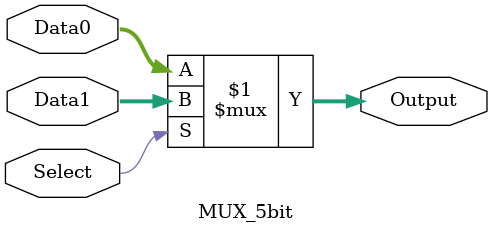
<source format=v>
module MUX_5bit(
    input [4:0] Data0,
    input [4:0] Data1,
    input Select,
    output [4:0] Output
);

assign Output = Select ? Data1 : Data0;

endmodule
</source>
